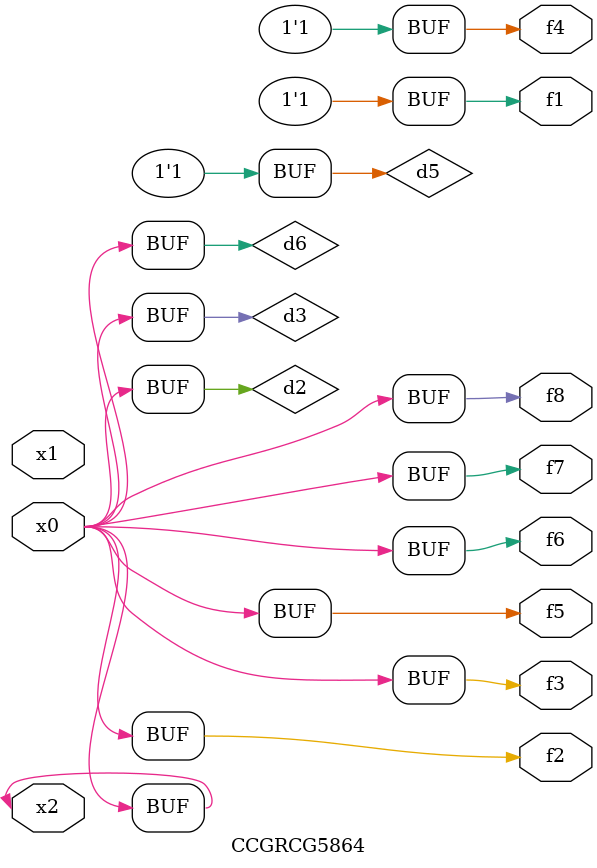
<source format=v>
module CCGRCG5864(
	input x0, x1, x2,
	output f1, f2, f3, f4, f5, f6, f7, f8
);

	wire d1, d2, d3, d4, d5, d6;

	xnor (d1, x2);
	buf (d2, x0, x2);
	and (d3, x0);
	xnor (d4, x1, x2);
	nand (d5, d1, d3);
	buf (d6, d2, d3);
	assign f1 = d5;
	assign f2 = d6;
	assign f3 = d6;
	assign f4 = d5;
	assign f5 = d6;
	assign f6 = d6;
	assign f7 = d6;
	assign f8 = d6;
endmodule

</source>
